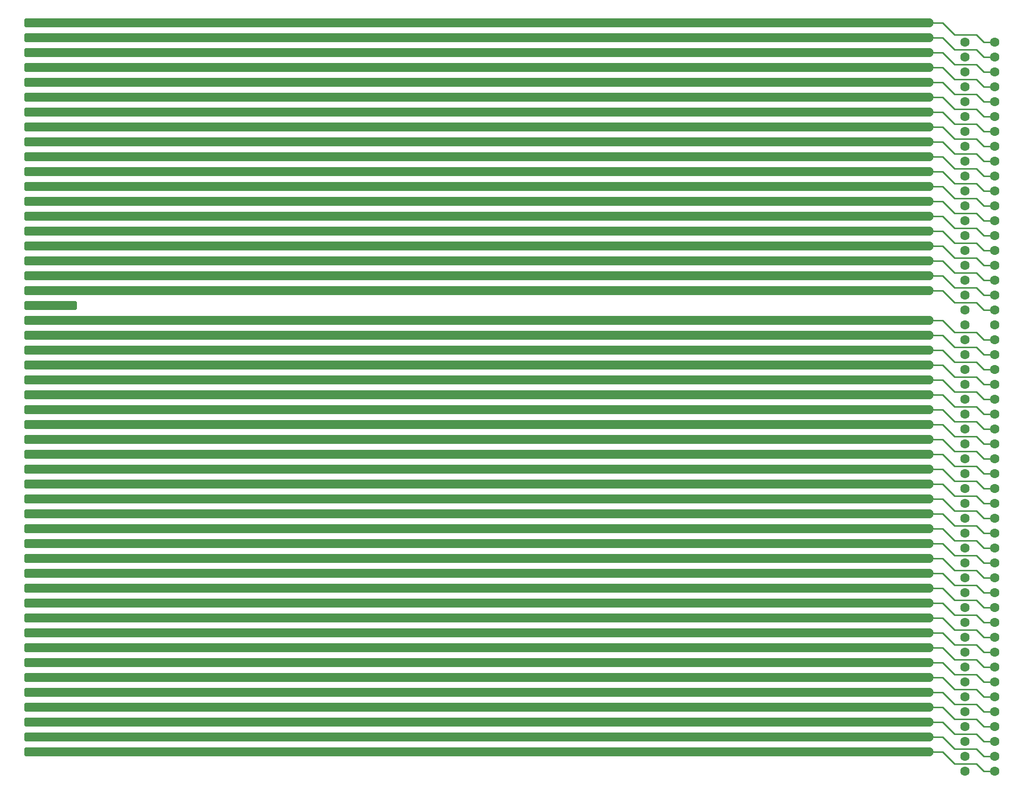
<source format=gbl>
G04 #@! TF.GenerationSoftware,KiCad,Pcbnew,(6.0.5-0)*
G04 #@! TF.CreationDate,2022-09-11T11:11:37+09:00*
G04 #@! TF.ProjectId,X68k-BusExtender,5836386b-2d42-4757-9345-7874656e6465,rev?*
G04 #@! TF.SameCoordinates,Original*
G04 #@! TF.FileFunction,Copper,L2,Bot*
G04 #@! TF.FilePolarity,Positive*
%FSLAX46Y46*%
G04 Gerber Fmt 4.6, Leading zero omitted, Abs format (unit mm)*
G04 Created by KiCad (PCBNEW (6.0.5-0)) date 2022-09-11 11:11:37*
%MOMM*%
%LPD*%
G01*
G04 APERTURE LIST*
G04 Aperture macros list*
%AMRoundRect*
0 Rectangle with rounded corners*
0 $1 Rounding radius*
0 $2 $3 $4 $5 $6 $7 $8 $9 X,Y pos of 4 corners*
0 Add a 4 corners polygon primitive as box body*
4,1,4,$2,$3,$4,$5,$6,$7,$8,$9,$2,$3,0*
0 Add four circle primitives for the rounded corners*
1,1,$1+$1,$2,$3*
1,1,$1+$1,$4,$5*
1,1,$1+$1,$6,$7*
1,1,$1+$1,$8,$9*
0 Add four rect primitives between the rounded corners*
20,1,$1+$1,$2,$3,$4,$5,0*
20,1,$1+$1,$4,$5,$6,$7,0*
20,1,$1+$1,$6,$7,$8,$9,0*
20,1,$1+$1,$8,$9,$2,$3,0*%
G04 Aperture macros list end*
G04 #@! TA.AperFunction,ConnectorPad*
%ADD10RoundRect,0.300000X-4.200000X-0.450000X4.200000X-0.450000X4.200000X0.450000X-4.200000X0.450000X0*%
G04 #@! TD*
G04 #@! TA.AperFunction,ComponentPad*
%ADD11C,1.600000*%
G04 #@! TD*
G04 #@! TA.AperFunction,ViaPad*
%ADD12C,0.800000*%
G04 #@! TD*
G04 #@! TA.AperFunction,Conductor*
%ADD13C,1.500000*%
G04 #@! TD*
G04 #@! TA.AperFunction,Conductor*
%ADD14C,0.250000*%
G04 #@! TD*
G04 APERTURE END LIST*
D10*
G04 #@! TO.P,U1,B1,GND*
G04 #@! TO.N,Net-(U1-PadA1)*
X33020000Y-156210000D03*
G04 #@! TO.P,U1,B2,CLK10M*
G04 #@! TO.N,Net-(U1-PadB2)*
X33020000Y-153670000D03*
G04 #@! TO.P,U1,B3,~{CLK10M}*
G04 #@! TO.N,Net-(U1-PadB3)*
X33020000Y-151130000D03*
G04 #@! TO.P,U1,B4,E*
G04 #@! TO.N,Net-(U1-PadB4)*
X33020000Y-148590000D03*
G04 #@! TO.P,U1,B5,AB1*
G04 #@! TO.N,Net-(U1-PadB5)*
X33020000Y-146050000D03*
G04 #@! TO.P,U1,B6,AB2*
G04 #@! TO.N,Net-(U1-PadB6)*
X33020000Y-143510000D03*
G04 #@! TO.P,U1,B7,AB3*
G04 #@! TO.N,Net-(U1-PadB7)*
X33020000Y-140970000D03*
G04 #@! TO.P,U1,B8,AB4*
G04 #@! TO.N,Net-(U1-PadB8)*
X33020000Y-138430000D03*
G04 #@! TO.P,U1,B9,AB5*
G04 #@! TO.N,Net-(U1-PadB9)*
X33020000Y-135890000D03*
G04 #@! TO.P,U1,B10,AB6*
G04 #@! TO.N,Net-(U1-PadB10)*
X33020000Y-133350000D03*
G04 #@! TO.P,U1,B11,GND*
G04 #@! TO.N,Net-(U1-PadA1)*
X33020000Y-130810000D03*
G04 #@! TO.P,U1,B12,AB7*
G04 #@! TO.N,Net-(U1-PadB12)*
X33020000Y-128270000D03*
G04 #@! TO.P,U1,B13,AB8*
G04 #@! TO.N,Net-(U1-PadB13)*
X33020000Y-125730000D03*
G04 #@! TO.P,U1,B14,AB9*
G04 #@! TO.N,Net-(U1-PadB14)*
X33020000Y-123190000D03*
G04 #@! TO.P,U1,B15,AB10*
G04 #@! TO.N,Net-(U1-PadB15)*
X33020000Y-120650000D03*
G04 #@! TO.P,U1,B16,AB11*
G04 #@! TO.N,Net-(U1-PadB16)*
X33020000Y-118110000D03*
G04 #@! TO.P,U1,B17,AB12*
G04 #@! TO.N,Net-(U1-PadB17)*
X33020000Y-115570000D03*
G04 #@! TO.P,U1,B18,AB13*
G04 #@! TO.N,Net-(U1-PadB18)*
X33020000Y-113030000D03*
G04 #@! TO.P,U1,B19,AB14*
G04 #@! TO.N,Net-(U1-PadB19)*
X33020000Y-110490000D03*
G04 #@! TO.P,U1,B20,AB15*
G04 #@! TO.N,Net-(U1-PadB20)*
X33020000Y-107950000D03*
G04 #@! TO.P,U1,B21,GND*
G04 #@! TO.N,Net-(U1-PadA1)*
X33020000Y-105410000D03*
G04 #@! TO.P,U1,B22,AB16*
G04 #@! TO.N,Net-(U1-PadB22)*
X33020000Y-102870000D03*
G04 #@! TO.P,U1,B23,AB17*
G04 #@! TO.N,Net-(U1-PadB23)*
X33020000Y-100330000D03*
G04 #@! TO.P,U1,B24,AB18*
G04 #@! TO.N,Net-(U1-PadB24)*
X33020000Y-97790000D03*
G04 #@! TO.P,U1,B25,AB19*
G04 #@! TO.N,Net-(U1-PadB25)*
X33020000Y-95250000D03*
G04 #@! TO.P,U1,B26,AB20*
G04 #@! TO.N,Net-(U1-PadB26)*
X33020000Y-92710000D03*
G04 #@! TO.P,U1,B27,AB21*
G04 #@! TO.N,Net-(U1-PadB27)*
X33020000Y-90170000D03*
G04 #@! TO.P,U1,B28,AB22*
G04 #@! TO.N,Net-(U1-PadB28)*
X33020000Y-87630000D03*
G04 #@! TO.P,U1,B29,AB23*
G04 #@! TO.N,Net-(U1-PadB29)*
X33020000Y-85090000D03*
G04 #@! TO.P,U1,B30,IDDIR*
G04 #@! TO.N,Net-(U1-PadB30)*
X33020000Y-82550000D03*
G04 #@! TO.P,U1,B31,RESVB*
G04 #@! TO.N,unconnected-(U1-PadB31)*
X33020000Y-80010000D03*
G04 #@! TO.P,U1,B32,HSYNC*
G04 #@! TO.N,Net-(U1-PadB32)*
X33020000Y-77470000D03*
G04 #@! TO.P,U1,B33,VSYNC*
G04 #@! TO.N,Net-(U1-PadB33)*
X33020000Y-74930000D03*
G04 #@! TO.P,U1,B34,~{DONE}*
G04 #@! TO.N,Net-(U1-PadB34)*
X33020000Y-72390000D03*
G04 #@! TO.P,U1,B35,~{DTC}*
G04 #@! TO.N,Net-(U1-PadB35)*
X33020000Y-69850000D03*
G04 #@! TO.P,U1,B36,~{EXREQ}*
G04 #@! TO.N,Net-(U1-PadB36)*
X33020000Y-67310000D03*
G04 #@! TO.P,U1,B37,~{EXACK}*
G04 #@! TO.N,Net-(U1-PadB37)*
X33020000Y-64770000D03*
G04 #@! TO.P,U1,B38,~{EXPCL}*
G04 #@! TO.N,Net-(U1-PadB38)*
X33020000Y-62230000D03*
G04 #@! TO.P,U1,B39,~{EXOWN}*
G04 #@! TO.N,Net-(U1-PadB39)*
X33020000Y-59690000D03*
G04 #@! TO.P,U1,B40,~{EXNMI}*
G04 #@! TO.N,Net-(U1-PadB40)*
X33020000Y-57150000D03*
G04 #@! TO.P,U1,B41,GND*
G04 #@! TO.N,Net-(U1-PadA1)*
X33020000Y-54610000D03*
G04 #@! TO.P,U1,B42,~{IRQ2}*
G04 #@! TO.N,Net-(U1-PadB42)*
X33020000Y-52070000D03*
G04 #@! TO.P,U1,B43,~{IRQ4}*
G04 #@! TO.N,Net-(U1-PadB43)*
X33020000Y-49530000D03*
G04 #@! TO.P,U1,B44,~{IACK2}*
G04 #@! TO.N,Net-(U1-PadB44)*
X33020000Y-46990000D03*
G04 #@! TO.P,U1,B45,~{IACK4}*
G04 #@! TO.N,Net-(U1-PadB45)*
X33020000Y-44450000D03*
G04 #@! TO.P,U1,B46,~{BR}*
G04 #@! TO.N,Net-(U1-PadB46)*
X33020000Y-41910000D03*
G04 #@! TO.P,U1,B47,~{BG}*
G04 #@! TO.N,Net-(U1-PadB47)*
X33020000Y-39370000D03*
G04 #@! TO.P,U1,B48,~{BGACK}*
G04 #@! TO.N,Net-(U1-PadB48)*
X33020000Y-36830000D03*
G04 #@! TO.P,U1,B49,VCC1*
G04 #@! TO.N,Net-(U1-PadA49)*
X33020000Y-34290000D03*
G04 #@! TO.P,U1,B50,VCC1*
X33020000Y-31750000D03*
G04 #@! TD*
D11*
G04 #@! TO.P,U2,A1,GND*
G04 #@! TO.N,Net-(U1-PadA1)*
X188976000Y-159512000D03*
G04 #@! TO.P,U2,A2,CLK20M*
G04 #@! TO.N,Net-(U1-PadA2)*
X188976000Y-156972000D03*
G04 #@! TO.P,U2,A3,GND*
G04 #@! TO.N,Net-(U1-PadA1)*
X188976000Y-154432000D03*
G04 #@! TO.P,U2,A4,DB0*
G04 #@! TO.N,Net-(U1-PadA4)*
X188976000Y-151892000D03*
G04 #@! TO.P,U2,A5,DB1*
G04 #@! TO.N,Net-(U1-PadA5)*
X188976000Y-149352000D03*
G04 #@! TO.P,U2,A6,DB2*
G04 #@! TO.N,Net-(U1-PadA6)*
X188976000Y-146812000D03*
G04 #@! TO.P,U2,A7,DB3*
G04 #@! TO.N,Net-(U1-PadA7)*
X188976000Y-144272000D03*
G04 #@! TO.P,U2,A8,DB4*
G04 #@! TO.N,Net-(U1-PadA8)*
X188976000Y-141732000D03*
G04 #@! TO.P,U2,A9,DB5*
G04 #@! TO.N,Net-(U1-PadA9)*
X188976000Y-139192000D03*
G04 #@! TO.P,U2,A10,DB6*
G04 #@! TO.N,Net-(U1-PadA10)*
X188976000Y-136652000D03*
G04 #@! TO.P,U2,A11,GND*
G04 #@! TO.N,Net-(U1-PadA1)*
X188976000Y-134112000D03*
G04 #@! TO.P,U2,A12,DB7*
G04 #@! TO.N,Net-(U1-PadA12)*
X188976000Y-131572000D03*
G04 #@! TO.P,U2,A13,DB8*
G04 #@! TO.N,Net-(U1-PadA13)*
X188976000Y-129032000D03*
G04 #@! TO.P,U2,A14,DB9*
G04 #@! TO.N,Net-(U1-PadA14)*
X188976000Y-126492000D03*
G04 #@! TO.P,U2,A15,DB10*
G04 #@! TO.N,Net-(U1-PadA15)*
X188976000Y-123952000D03*
G04 #@! TO.P,U2,A16,DB11*
G04 #@! TO.N,Net-(U1-PadA16)*
X188976000Y-121412000D03*
G04 #@! TO.P,U2,A17,DB12*
G04 #@! TO.N,Net-(U1-PadA17)*
X188976000Y-118872000D03*
G04 #@! TO.P,U2,A18,DB13*
G04 #@! TO.N,Net-(U1-PadA18)*
X188976000Y-116332000D03*
G04 #@! TO.P,U2,A19,DB14*
G04 #@! TO.N,Net-(U1-PadA19)*
X188976000Y-113792000D03*
G04 #@! TO.P,U2,A20,DB15*
G04 #@! TO.N,Net-(U1-PadA20)*
X188976000Y-111252000D03*
G04 #@! TO.P,U2,A21,GND*
G04 #@! TO.N,Net-(U1-PadA1)*
X188976000Y-108712000D03*
G04 #@! TO.P,U2,A22,+12V*
G04 #@! TO.N,Net-(U1-PadA22)*
X188976000Y-106172000D03*
G04 #@! TO.P,U2,A23,+12V*
X188976000Y-103632000D03*
G04 #@! TO.P,U2,A24,FC0*
G04 #@! TO.N,Net-(U1-PadA24)*
X188976000Y-101092000D03*
G04 #@! TO.P,U2,A25,FC1*
G04 #@! TO.N,Net-(U1-PadA25)*
X188976000Y-98552000D03*
G04 #@! TO.P,U2,A26,FC2*
G04 #@! TO.N,Net-(U1-PadA26)*
X188976000Y-96012000D03*
G04 #@! TO.P,U2,A27,~{AS}*
G04 #@! TO.N,Net-(U1-PadA27)*
X188976000Y-93472000D03*
G04 #@! TO.P,U2,A28,~{LDS}*
G04 #@! TO.N,Net-(U1-PadA28)*
X188976000Y-90932000D03*
G04 #@! TO.P,U2,A29,~{UDS}*
G04 #@! TO.N,Net-(U1-PadA29)*
X188976000Y-88392000D03*
G04 #@! TO.P,U2,A30,R/~{W}*
G04 #@! TO.N,Net-(U1-PadA30)*
X188976000Y-85852000D03*
G04 #@! TO.P,U2,A31,RESVA*
G04 #@! TO.N,unconnected-(U2-PadA31)*
X188976000Y-83312000D03*
G04 #@! TO.P,U2,A32,-12V*
G04 #@! TO.N,Net-(U1-PadA32)*
X188976000Y-80772000D03*
G04 #@! TO.P,U2,A33,-12V*
X188976000Y-78232000D03*
G04 #@! TO.P,U2,A34,~{VMA}*
G04 #@! TO.N,Net-(U1-PadA34)*
X188976000Y-75692000D03*
G04 #@! TO.P,U2,A35,~{EXVPA}*
G04 #@! TO.N,Net-(U1-PadA35)*
X188976000Y-73152000D03*
G04 #@! TO.P,U2,A36,~{DTACK}*
G04 #@! TO.N,Net-(U1-PadA36)*
X188976000Y-70612000D03*
G04 #@! TO.P,U2,A37,~{EXRESET}*
G04 #@! TO.N,Net-(U1-PadA37)*
X188976000Y-68072000D03*
G04 #@! TO.P,U2,A38,~{HALT}*
G04 #@! TO.N,Net-(U1-PadA38)*
X188976000Y-65532000D03*
G04 #@! TO.P,U2,A39,~{EXBERR}*
G04 #@! TO.N,Net-(U1-PadA39)*
X188976000Y-62992000D03*
G04 #@! TO.P,U2,A40,~{EXPWON}*
G04 #@! TO.N,Net-(U1-PadA40)*
X188976000Y-60452000D03*
G04 #@! TO.P,U2,A41,GND*
G04 #@! TO.N,Net-(U1-PadA1)*
X188976000Y-57912000D03*
G04 #@! TO.P,U2,A42,VCC2*
G04 #@! TO.N,Net-(U1-PadA42)*
X188976000Y-55372000D03*
G04 #@! TO.P,U2,A43,VCC2*
X188976000Y-52832000D03*
G04 #@! TO.P,U2,A44,SELEN*
G04 #@! TO.N,Net-(U1-PadA44)*
X188976000Y-50292000D03*
G04 #@! TO.P,U2,A45,CASRDEN*
G04 #@! TO.N,Net-(U1-PadA45)*
X188976000Y-47752000D03*
G04 #@! TO.P,U2,A46,CASWRL*
G04 #@! TO.N,Net-(U1-PadA46)*
X188976000Y-45212000D03*
G04 #@! TO.P,U2,A47,CASWRU*
G04 #@! TO.N,Net-(U1-PadA47)*
X188976000Y-42672000D03*
G04 #@! TO.P,U2,A48,INH2*
G04 #@! TO.N,Net-(U1-PadA48)*
X188976000Y-40132000D03*
G04 #@! TO.P,U2,A49,VCC1*
G04 #@! TO.N,Net-(U1-PadA49)*
X188976000Y-37592000D03*
G04 #@! TO.P,U2,A50,VCC1*
X188976000Y-35052000D03*
G04 #@! TO.P,U2,B1,GND*
G04 #@! TO.N,Net-(U1-PadA1)*
X194056000Y-159512000D03*
G04 #@! TO.P,U2,B2,CLK10M*
G04 #@! TO.N,Net-(U1-PadB2)*
X194056000Y-156972000D03*
G04 #@! TO.P,U2,B3,~{CLK10M}*
G04 #@! TO.N,Net-(U1-PadB3)*
X194056000Y-154432000D03*
G04 #@! TO.P,U2,B4,E*
G04 #@! TO.N,Net-(U1-PadB4)*
X194056000Y-151892000D03*
G04 #@! TO.P,U2,B5,AB1*
G04 #@! TO.N,Net-(U1-PadB5)*
X194056000Y-149352000D03*
G04 #@! TO.P,U2,B6,AB2*
G04 #@! TO.N,Net-(U1-PadB6)*
X194056000Y-146812000D03*
G04 #@! TO.P,U2,B7,AB3*
G04 #@! TO.N,Net-(U1-PadB7)*
X194056000Y-144272000D03*
G04 #@! TO.P,U2,B8,AB4*
G04 #@! TO.N,Net-(U1-PadB8)*
X194056000Y-141732000D03*
G04 #@! TO.P,U2,B9,AB5*
G04 #@! TO.N,Net-(U1-PadB9)*
X194056000Y-139192000D03*
G04 #@! TO.P,U2,B10,AB6*
G04 #@! TO.N,Net-(U1-PadB10)*
X194056000Y-136652000D03*
G04 #@! TO.P,U2,B11,GND*
G04 #@! TO.N,Net-(U1-PadA1)*
X194056000Y-134112000D03*
G04 #@! TO.P,U2,B12,AB7*
G04 #@! TO.N,Net-(U1-PadB12)*
X194056000Y-131572000D03*
G04 #@! TO.P,U2,B13,AB8*
G04 #@! TO.N,Net-(U1-PadB13)*
X194056000Y-129032000D03*
G04 #@! TO.P,U2,B14,AB9*
G04 #@! TO.N,Net-(U1-PadB14)*
X194056000Y-126492000D03*
G04 #@! TO.P,U2,B15,AB10*
G04 #@! TO.N,Net-(U1-PadB15)*
X194056000Y-123952000D03*
G04 #@! TO.P,U2,B16,AB11*
G04 #@! TO.N,Net-(U1-PadB16)*
X194056000Y-121412000D03*
G04 #@! TO.P,U2,B17,AB12*
G04 #@! TO.N,Net-(U1-PadB17)*
X194056000Y-118872000D03*
G04 #@! TO.P,U2,B18,AB13*
G04 #@! TO.N,Net-(U1-PadB18)*
X194056000Y-116332000D03*
G04 #@! TO.P,U2,B19,AB14*
G04 #@! TO.N,Net-(U1-PadB19)*
X194056000Y-113792000D03*
G04 #@! TO.P,U2,B20,AB15*
G04 #@! TO.N,Net-(U1-PadB20)*
X194056000Y-111252000D03*
G04 #@! TO.P,U2,B21,GND*
G04 #@! TO.N,Net-(U1-PadA1)*
X194056000Y-108712000D03*
G04 #@! TO.P,U2,B22,AB16*
G04 #@! TO.N,Net-(U1-PadB22)*
X194056000Y-106172000D03*
G04 #@! TO.P,U2,B23,AB17*
G04 #@! TO.N,Net-(U1-PadB23)*
X194056000Y-103632000D03*
G04 #@! TO.P,U2,B24,AB18*
G04 #@! TO.N,Net-(U1-PadB24)*
X194056000Y-101092000D03*
G04 #@! TO.P,U2,B25,AB19*
G04 #@! TO.N,Net-(U1-PadB25)*
X194056000Y-98552000D03*
G04 #@! TO.P,U2,B26,AB20*
G04 #@! TO.N,Net-(U1-PadB26)*
X194056000Y-96012000D03*
G04 #@! TO.P,U2,B27,AB21*
G04 #@! TO.N,Net-(U1-PadB27)*
X194056000Y-93472000D03*
G04 #@! TO.P,U2,B28,AB22*
G04 #@! TO.N,Net-(U1-PadB28)*
X194056000Y-90932000D03*
G04 #@! TO.P,U2,B29,AB23*
G04 #@! TO.N,Net-(U1-PadB29)*
X194056000Y-88392000D03*
G04 #@! TO.P,U2,B30,IDDIR*
G04 #@! TO.N,Net-(U1-PadB30)*
X194056000Y-85852000D03*
G04 #@! TO.P,U2,B31,RESVB*
G04 #@! TO.N,unconnected-(U2-PadB31)*
X194056000Y-83312000D03*
G04 #@! TO.P,U2,B32,HSYNC*
G04 #@! TO.N,Net-(U1-PadB32)*
X194056000Y-80772000D03*
G04 #@! TO.P,U2,B33,VSYNC*
G04 #@! TO.N,Net-(U1-PadB33)*
X194056000Y-78232000D03*
G04 #@! TO.P,U2,B34,~{DONE}*
G04 #@! TO.N,Net-(U1-PadB34)*
X194056000Y-75692000D03*
G04 #@! TO.P,U2,B35,~{DTC}*
G04 #@! TO.N,Net-(U1-PadB35)*
X194056000Y-73152000D03*
G04 #@! TO.P,U2,B36,~{EXREQ}*
G04 #@! TO.N,Net-(U1-PadB36)*
X194056000Y-70612000D03*
G04 #@! TO.P,U2,B37,~{EXACK}*
G04 #@! TO.N,Net-(U1-PadB37)*
X194056000Y-68072000D03*
G04 #@! TO.P,U2,B38,~{EXPCL}*
G04 #@! TO.N,Net-(U1-PadB38)*
X194056000Y-65532000D03*
G04 #@! TO.P,U2,B39,~{EXOWN}*
G04 #@! TO.N,Net-(U1-PadB39)*
X194056000Y-62992000D03*
G04 #@! TO.P,U2,B40,~{EXNMI}*
G04 #@! TO.N,Net-(U1-PadB40)*
X194056000Y-60452000D03*
G04 #@! TO.P,U2,B41,GND*
G04 #@! TO.N,Net-(U1-PadA1)*
X194056000Y-57912000D03*
G04 #@! TO.P,U2,B42,~{IRQ2}*
G04 #@! TO.N,Net-(U1-PadB42)*
X194056000Y-55372000D03*
G04 #@! TO.P,U2,B43,~{IRQ4}*
G04 #@! TO.N,Net-(U1-PadB43)*
X194056000Y-52832000D03*
G04 #@! TO.P,U2,B44,~{IACK2}*
G04 #@! TO.N,Net-(U1-PadB44)*
X194056000Y-50292000D03*
G04 #@! TO.P,U2,B45,~{IACK4}*
G04 #@! TO.N,Net-(U1-PadB45)*
X194056000Y-47752000D03*
G04 #@! TO.P,U2,B46,~{BR}*
G04 #@! TO.N,Net-(U1-PadB46)*
X194056000Y-45212000D03*
G04 #@! TO.P,U2,B47,~{BG}*
G04 #@! TO.N,Net-(U1-PadB47)*
X194056000Y-42672000D03*
G04 #@! TO.P,U2,B48,~{BGACK}*
G04 #@! TO.N,Net-(U1-PadB48)*
X194056000Y-40132000D03*
G04 #@! TO.P,U2,B49,VCC1*
G04 #@! TO.N,Net-(U1-PadA49)*
X194056000Y-37592000D03*
G04 #@! TO.P,U2,B50,VCC1*
X194056000Y-35052000D03*
G04 #@! TD*
D12*
G04 #@! TO.N,Net-(U1-PadA1)*
X50800000Y-130810000D03*
X50800000Y-105410000D03*
X50800000Y-156210000D03*
X50800000Y-54610000D03*
G04 #@! TO.N,Net-(U1-PadA49)*
X50800000Y-31750000D03*
X50800000Y-34290000D03*
G04 #@! TD*
D13*
G04 #@! TO.N,Net-(U1-PadA1)*
X45720000Y-105410000D02*
X182880000Y-105410000D01*
D14*
X187198000Y-56642000D02*
X185166000Y-54610000D01*
D13*
X45720000Y-156210000D02*
X182880000Y-156210000D01*
D14*
X194056000Y-159512000D02*
X192151000Y-159512000D01*
X187198000Y-132842000D02*
X185166000Y-130810000D01*
X190881000Y-56642000D02*
X187198000Y-56642000D01*
X194056000Y-57912000D02*
X192151000Y-57912000D01*
X194056000Y-108712000D02*
X192151000Y-108712000D01*
D13*
X45720000Y-54610000D02*
X182880000Y-54610000D01*
D14*
X190881000Y-107442000D02*
X187198000Y-107442000D01*
X185166000Y-156210000D02*
X182880000Y-156210000D01*
D13*
X33020000Y-54610000D02*
X45720000Y-54610000D01*
D14*
X185166000Y-54610000D02*
X182880000Y-54610000D01*
X187198000Y-107442000D02*
X185166000Y-105410000D01*
X190881000Y-158242000D02*
X187198000Y-158242000D01*
D13*
X33020000Y-156210000D02*
X45720000Y-156210000D01*
D14*
X185166000Y-130810000D02*
X182880000Y-130810000D01*
X192151000Y-108712000D02*
X190881000Y-107442000D01*
D13*
X33020000Y-105410000D02*
X45720000Y-105410000D01*
D14*
X192151000Y-57912000D02*
X190881000Y-56642000D01*
X192151000Y-159512000D02*
X190881000Y-158242000D01*
X192151000Y-134112000D02*
X190881000Y-132842000D01*
X185166000Y-105410000D02*
X182880000Y-105410000D01*
X194056000Y-134112000D02*
X192151000Y-134112000D01*
X190881000Y-132842000D02*
X187198000Y-132842000D01*
X187198000Y-158242000D02*
X185166000Y-156210000D01*
D13*
X45720000Y-130810000D02*
X182880000Y-130810000D01*
X33020000Y-130810000D02*
X45720000Y-130810000D01*
G04 #@! TO.N,Net-(U1-PadA49)*
X33020000Y-34290000D02*
X45720000Y-34290000D01*
D14*
X192151000Y-37592000D02*
X190881000Y-36322000D01*
D13*
X45720000Y-31750000D02*
X182880000Y-31750000D01*
D14*
X192151000Y-35052000D02*
X190881000Y-33782000D01*
D13*
X45720000Y-34290000D02*
X182880000Y-34290000D01*
D14*
X185166000Y-31750000D02*
X182880000Y-31750000D01*
X190881000Y-33782000D02*
X187198000Y-33782000D01*
X185166000Y-34290000D02*
X182880000Y-34290000D01*
X194056000Y-35052000D02*
X192151000Y-35052000D01*
X190881000Y-36322000D02*
X187198000Y-36322000D01*
X187198000Y-33782000D02*
X185166000Y-31750000D01*
X187198000Y-36322000D02*
X185166000Y-34290000D01*
D13*
X33020000Y-31750000D02*
X45720000Y-31750000D01*
D14*
X194056000Y-37592000D02*
X192151000Y-37592000D01*
G04 #@! TO.N,Net-(U1-PadB2)*
X192151000Y-156972000D02*
X190881000Y-155702000D01*
X190881000Y-155702000D02*
X187198000Y-155702000D01*
X187198000Y-155702000D02*
X185166000Y-153670000D01*
D13*
X33020000Y-153670000D02*
X182880000Y-153670000D01*
D14*
X194056000Y-156972000D02*
X192151000Y-156972000D01*
X185166000Y-153670000D02*
X182880000Y-153670000D01*
G04 #@! TO.N,Net-(U1-PadB3)*
X190881000Y-153162000D02*
X187198000Y-153162000D01*
X194056000Y-154432000D02*
X192151000Y-154432000D01*
D13*
X33020000Y-151130000D02*
X182880000Y-151130000D01*
D14*
X192151000Y-154432000D02*
X190881000Y-153162000D01*
X187198000Y-153162000D02*
X185166000Y-151130000D01*
X185166000Y-151130000D02*
X182880000Y-151130000D01*
G04 #@! TO.N,Net-(U1-PadB4)*
X192151000Y-151892000D02*
X190881000Y-150622000D01*
X194056000Y-151892000D02*
X192151000Y-151892000D01*
X185166000Y-148590000D02*
X182880000Y-148590000D01*
X187198000Y-150622000D02*
X185166000Y-148590000D01*
X190881000Y-150622000D02*
X187198000Y-150622000D01*
D13*
X33020000Y-148590000D02*
X182880000Y-148590000D01*
D14*
G04 #@! TO.N,Net-(U1-PadB5)*
X185166000Y-146050000D02*
X182880000Y-146050000D01*
X190881000Y-148082000D02*
X187198000Y-148082000D01*
X194056000Y-149352000D02*
X192151000Y-149352000D01*
X187198000Y-148082000D02*
X185166000Y-146050000D01*
D13*
X33020000Y-146050000D02*
X182880000Y-146050000D01*
D14*
X192151000Y-149352000D02*
X190881000Y-148082000D01*
G04 #@! TO.N,Net-(U1-PadB6)*
X192151000Y-146812000D02*
X190881000Y-145542000D01*
X190881000Y-145542000D02*
X187198000Y-145542000D01*
D13*
X33020000Y-143510000D02*
X182880000Y-143510000D01*
D14*
X187198000Y-145542000D02*
X185166000Y-143510000D01*
X185166000Y-143510000D02*
X182880000Y-143510000D01*
X194056000Y-146812000D02*
X192151000Y-146812000D01*
G04 #@! TO.N,Net-(U1-PadB7)*
X192151000Y-144272000D02*
X190881000Y-143002000D01*
X187198000Y-143002000D02*
X185166000Y-140970000D01*
X194056000Y-144272000D02*
X192151000Y-144272000D01*
X185166000Y-140970000D02*
X182880000Y-140970000D01*
X190881000Y-143002000D02*
X187198000Y-143002000D01*
D13*
X33020000Y-140970000D02*
X182880000Y-140970000D01*
G04 #@! TO.N,Net-(U1-PadB8)*
X33020000Y-138430000D02*
X182880000Y-138430000D01*
D14*
X192151000Y-141732000D02*
X190881000Y-140462000D01*
X190881000Y-140462000D02*
X187198000Y-140462000D01*
X185166000Y-138430000D02*
X182880000Y-138430000D01*
X187198000Y-140462000D02*
X185166000Y-138430000D01*
X194056000Y-141732000D02*
X192151000Y-141732000D01*
G04 #@! TO.N,Net-(U1-PadB9)*
X194056000Y-139192000D02*
X192151000Y-139192000D01*
X187198000Y-137922000D02*
X185166000Y-135890000D01*
D13*
X33020000Y-135890000D02*
X182880000Y-135890000D01*
D14*
X190881000Y-137922000D02*
X187198000Y-137922000D01*
X192151000Y-139192000D02*
X190881000Y-137922000D01*
X185166000Y-135890000D02*
X182880000Y-135890000D01*
G04 #@! TO.N,Net-(U1-PadB10)*
X187198000Y-135382000D02*
X185166000Y-133350000D01*
X194056000Y-136652000D02*
X192151000Y-136652000D01*
D13*
X33020000Y-133350000D02*
X182880000Y-133350000D01*
D14*
X185166000Y-133350000D02*
X182880000Y-133350000D01*
X192151000Y-136652000D02*
X190881000Y-135382000D01*
X190881000Y-135382000D02*
X187198000Y-135382000D01*
G04 #@! TO.N,Net-(U1-PadB12)*
X192151000Y-131572000D02*
X190881000Y-130302000D01*
X187198000Y-130302000D02*
X185166000Y-128270000D01*
X194056000Y-131572000D02*
X192151000Y-131572000D01*
X190881000Y-130302000D02*
X187198000Y-130302000D01*
D13*
X33020000Y-128270000D02*
X182880000Y-128270000D01*
D14*
X185166000Y-128270000D02*
X182880000Y-128270000D01*
D13*
G04 #@! TO.N,Net-(U1-PadB13)*
X33020000Y-125730000D02*
X182880000Y-125730000D01*
D14*
X192151000Y-129032000D02*
X190881000Y-127762000D01*
X190881000Y-127762000D02*
X187198000Y-127762000D01*
X194056000Y-129032000D02*
X192151000Y-129032000D01*
X185166000Y-125730000D02*
X182880000Y-125730000D01*
X187198000Y-127762000D02*
X185166000Y-125730000D01*
G04 #@! TO.N,Net-(U1-PadB14)*
X190881000Y-125222000D02*
X187198000Y-125222000D01*
X187198000Y-125222000D02*
X185166000Y-123190000D01*
X185166000Y-123190000D02*
X182880000Y-123190000D01*
X192151000Y-126492000D02*
X190881000Y-125222000D01*
D13*
X33020000Y-123190000D02*
X182880000Y-123190000D01*
D14*
X194056000Y-126492000D02*
X192151000Y-126492000D01*
D13*
G04 #@! TO.N,Net-(U1-PadB15)*
X33020000Y-120650000D02*
X182880000Y-120650000D01*
D14*
X187198000Y-122682000D02*
X185166000Y-120650000D01*
X194056000Y-123952000D02*
X192151000Y-123952000D01*
X190881000Y-122682000D02*
X187198000Y-122682000D01*
X192151000Y-123952000D02*
X190881000Y-122682000D01*
X185166000Y-120650000D02*
X182880000Y-120650000D01*
G04 #@! TO.N,Net-(U1-PadB16)*
X187198000Y-120142000D02*
X185166000Y-118110000D01*
D13*
X33020000Y-118110000D02*
X182880000Y-118110000D01*
D14*
X192151000Y-121412000D02*
X190881000Y-120142000D01*
X185166000Y-118110000D02*
X182880000Y-118110000D01*
X190881000Y-120142000D02*
X187198000Y-120142000D01*
X194056000Y-121412000D02*
X192151000Y-121412000D01*
G04 #@! TO.N,Net-(U1-PadB17)*
X185166000Y-115570000D02*
X182880000Y-115570000D01*
X192151000Y-118872000D02*
X190881000Y-117602000D01*
X187198000Y-117602000D02*
X185166000Y-115570000D01*
X194056000Y-118872000D02*
X192151000Y-118872000D01*
X190881000Y-117602000D02*
X187198000Y-117602000D01*
D13*
X33020000Y-115570000D02*
X182880000Y-115570000D01*
D14*
G04 #@! TO.N,Net-(U1-PadB18)*
X190881000Y-115062000D02*
X187198000Y-115062000D01*
X185166000Y-113030000D02*
X182880000Y-113030000D01*
X187198000Y-115062000D02*
X185166000Y-113030000D01*
X192151000Y-116332000D02*
X190881000Y-115062000D01*
X194056000Y-116332000D02*
X192151000Y-116332000D01*
D13*
X33020000Y-113030000D02*
X182880000Y-113030000D01*
D14*
G04 #@! TO.N,Net-(U1-PadB19)*
X185166000Y-110490000D02*
X182880000Y-110490000D01*
X194056000Y-113792000D02*
X192151000Y-113792000D01*
X192151000Y-113792000D02*
X190881000Y-112522000D01*
D13*
X33020000Y-110490000D02*
X182880000Y-110490000D01*
D14*
X190881000Y-112522000D02*
X187198000Y-112522000D01*
X187198000Y-112522000D02*
X185166000Y-110490000D01*
G04 #@! TO.N,Net-(U1-PadB20)*
X190881000Y-109982000D02*
X187198000Y-109982000D01*
D13*
X33020000Y-107950000D02*
X182880000Y-107950000D01*
D14*
X194056000Y-111252000D02*
X192151000Y-111252000D01*
X185166000Y-107950000D02*
X182880000Y-107950000D01*
X192151000Y-111252000D02*
X190881000Y-109982000D01*
X187198000Y-109982000D02*
X185166000Y-107950000D01*
G04 #@! TO.N,Net-(U1-PadB22)*
X194056000Y-106172000D02*
X192151000Y-106172000D01*
X185166000Y-102870000D02*
X182880000Y-102870000D01*
D13*
X33020000Y-102870000D02*
X182880000Y-102870000D01*
D14*
X187198000Y-104902000D02*
X185166000Y-102870000D01*
X190881000Y-104902000D02*
X187198000Y-104902000D01*
X192151000Y-106172000D02*
X190881000Y-104902000D01*
D13*
G04 #@! TO.N,Net-(U1-PadB23)*
X33020000Y-100330000D02*
X182880000Y-100330000D01*
D14*
X190881000Y-102362000D02*
X187198000Y-102362000D01*
X194056000Y-103632000D02*
X192151000Y-103632000D01*
X192151000Y-103632000D02*
X190881000Y-102362000D01*
X187198000Y-102362000D02*
X185166000Y-100330000D01*
X185166000Y-100330000D02*
X182880000Y-100330000D01*
G04 #@! TO.N,Net-(U1-PadB24)*
X190881000Y-99822000D02*
X187198000Y-99822000D01*
X192151000Y-101092000D02*
X190881000Y-99822000D01*
D13*
X33020000Y-97790000D02*
X182880000Y-97790000D01*
D14*
X185166000Y-97790000D02*
X182880000Y-97790000D01*
X187198000Y-99822000D02*
X185166000Y-97790000D01*
X194056000Y-101092000D02*
X192151000Y-101092000D01*
G04 #@! TO.N,Net-(U1-PadB25)*
X194056000Y-98552000D02*
X192151000Y-98552000D01*
X185166000Y-95250000D02*
X182880000Y-95250000D01*
X190881000Y-97282000D02*
X187198000Y-97282000D01*
X192151000Y-98552000D02*
X190881000Y-97282000D01*
D13*
X33020000Y-95250000D02*
X182880000Y-95250000D01*
D14*
X187198000Y-97282000D02*
X185166000Y-95250000D01*
G04 #@! TO.N,Net-(U1-PadB26)*
X190881000Y-94742000D02*
X187198000Y-94742000D01*
X192151000Y-96012000D02*
X190881000Y-94742000D01*
X194056000Y-96012000D02*
X192151000Y-96012000D01*
X187198000Y-94742000D02*
X185166000Y-92710000D01*
X185166000Y-92710000D02*
X182880000Y-92710000D01*
D13*
X33020000Y-92710000D02*
X182880000Y-92710000D01*
G04 #@! TO.N,Net-(U1-PadB27)*
X33020000Y-90170000D02*
X182880000Y-90170000D01*
D14*
X192151000Y-93472000D02*
X190881000Y-92202000D01*
X185166000Y-90170000D02*
X182880000Y-90170000D01*
X194056000Y-93472000D02*
X192151000Y-93472000D01*
X187198000Y-92202000D02*
X185166000Y-90170000D01*
X190881000Y-92202000D02*
X187198000Y-92202000D01*
G04 #@! TO.N,Net-(U1-PadB28)*
X192151000Y-90932000D02*
X190881000Y-89662000D01*
D13*
X33020000Y-87630000D02*
X182880000Y-87630000D01*
D14*
X194056000Y-90932000D02*
X192151000Y-90932000D01*
X185166000Y-87630000D02*
X182880000Y-87630000D01*
X187198000Y-89662000D02*
X185166000Y-87630000D01*
X190881000Y-89662000D02*
X187198000Y-89662000D01*
D13*
G04 #@! TO.N,Net-(U1-PadB29)*
X33020000Y-85090000D02*
X182880000Y-85090000D01*
D14*
X185166000Y-85090000D02*
X182880000Y-85090000D01*
X187198000Y-87122000D02*
X185166000Y-85090000D01*
X192151000Y-88392000D02*
X190881000Y-87122000D01*
X190881000Y-87122000D02*
X187198000Y-87122000D01*
X194056000Y-88392000D02*
X192151000Y-88392000D01*
G04 #@! TO.N,Net-(U1-PadB30)*
X190881000Y-84582000D02*
X187198000Y-84582000D01*
X192151000Y-85852000D02*
X190881000Y-84582000D01*
X194056000Y-85852000D02*
X192151000Y-85852000D01*
X187198000Y-84582000D02*
X185166000Y-82550000D01*
D13*
X33020000Y-82550000D02*
X182880000Y-82550000D01*
D14*
X185166000Y-82550000D02*
X182880000Y-82550000D01*
G04 #@! TO.N,Net-(U1-PadB32)*
X190881000Y-79502000D02*
X187198000Y-79502000D01*
D13*
X33020000Y-77470000D02*
X182880000Y-77470000D01*
D14*
X187198000Y-79502000D02*
X185166000Y-77470000D01*
X185166000Y-77470000D02*
X182880000Y-77470000D01*
X194056000Y-80772000D02*
X192151000Y-80772000D01*
X192151000Y-80772000D02*
X190881000Y-79502000D01*
G04 #@! TO.N,Net-(U1-PadB33)*
X192151000Y-78232000D02*
X190881000Y-76962000D01*
X185166000Y-74930000D02*
X182880000Y-74930000D01*
X194056000Y-78232000D02*
X192151000Y-78232000D01*
D13*
X33020000Y-74930000D02*
X182880000Y-74930000D01*
D14*
X187198000Y-76962000D02*
X185166000Y-74930000D01*
X190881000Y-76962000D02*
X187198000Y-76962000D01*
G04 #@! TO.N,Net-(U1-PadB34)*
X190881000Y-74422000D02*
X187198000Y-74422000D01*
D13*
X33020000Y-72390000D02*
X182880000Y-72390000D01*
D14*
X192151000Y-75692000D02*
X190881000Y-74422000D01*
X194056000Y-75692000D02*
X192151000Y-75692000D01*
X185166000Y-72390000D02*
X182880000Y-72390000D01*
X187198000Y-74422000D02*
X185166000Y-72390000D01*
G04 #@! TO.N,Net-(U1-PadB35)*
X192151000Y-73152000D02*
X190881000Y-71882000D01*
X194056000Y-73152000D02*
X192151000Y-73152000D01*
D13*
X33020000Y-69850000D02*
X182880000Y-69850000D01*
D14*
X190881000Y-71882000D02*
X187198000Y-71882000D01*
X185166000Y-69850000D02*
X182880000Y-69850000D01*
X187198000Y-71882000D02*
X185166000Y-69850000D01*
G04 #@! TO.N,Net-(U1-PadB36)*
X190881000Y-69342000D02*
X187198000Y-69342000D01*
X192151000Y-70612000D02*
X190881000Y-69342000D01*
X187198000Y-69342000D02*
X185166000Y-67310000D01*
D13*
X33020000Y-67310000D02*
X182880000Y-67310000D01*
D14*
X185166000Y-67310000D02*
X182880000Y-67310000D01*
X194056000Y-70612000D02*
X192151000Y-70612000D01*
D13*
G04 #@! TO.N,Net-(U1-PadB37)*
X33020000Y-64770000D02*
X182880000Y-64770000D01*
D14*
X192151000Y-68072000D02*
X190881000Y-66802000D01*
X187198000Y-66802000D02*
X185166000Y-64770000D01*
X185166000Y-64770000D02*
X182880000Y-64770000D01*
X194056000Y-68072000D02*
X192151000Y-68072000D01*
X190881000Y-66802000D02*
X187198000Y-66802000D01*
G04 #@! TO.N,Net-(U1-PadB38)*
X187198000Y-64262000D02*
X185166000Y-62230000D01*
X192151000Y-65532000D02*
X190881000Y-64262000D01*
X190881000Y-64262000D02*
X187198000Y-64262000D01*
X194056000Y-65532000D02*
X192151000Y-65532000D01*
D13*
X33020000Y-62230000D02*
X182880000Y-62230000D01*
D14*
X185166000Y-62230000D02*
X182880000Y-62230000D01*
G04 #@! TO.N,Net-(U1-PadB40)*
X187198000Y-59182000D02*
X185166000Y-57150000D01*
X192151000Y-60452000D02*
X190881000Y-59182000D01*
X185166000Y-57150000D02*
X182880000Y-57150000D01*
X194056000Y-60452000D02*
X192151000Y-60452000D01*
X190881000Y-59182000D02*
X187198000Y-59182000D01*
D13*
X33020000Y-57150000D02*
X182880000Y-57150000D01*
D14*
G04 #@! TO.N,Net-(U1-PadB42)*
X194056000Y-55372000D02*
X192151000Y-55372000D01*
X190881000Y-54102000D02*
X187198000Y-54102000D01*
X185166000Y-52070000D02*
X182880000Y-52070000D01*
X187198000Y-54102000D02*
X185166000Y-52070000D01*
D13*
X33020000Y-52070000D02*
X182880000Y-52070000D01*
D14*
X192151000Y-55372000D02*
X190881000Y-54102000D01*
G04 #@! TO.N,Net-(U1-PadB43)*
X192151000Y-52832000D02*
X190881000Y-51562000D01*
X185166000Y-49530000D02*
X182880000Y-49530000D01*
X190881000Y-51562000D02*
X187198000Y-51562000D01*
D13*
X33020000Y-49530000D02*
X182880000Y-49530000D01*
D14*
X187198000Y-51562000D02*
X185166000Y-49530000D01*
X194056000Y-52832000D02*
X192151000Y-52832000D01*
D13*
G04 #@! TO.N,Net-(U1-PadB44)*
X33020000Y-46990000D02*
X182880000Y-46990000D01*
D14*
X187198000Y-49022000D02*
X185166000Y-46990000D01*
X190881000Y-49022000D02*
X187198000Y-49022000D01*
X185166000Y-46990000D02*
X182880000Y-46990000D01*
X192151000Y-50292000D02*
X190881000Y-49022000D01*
X194056000Y-50292000D02*
X192151000Y-50292000D01*
G04 #@! TO.N,Net-(U1-PadB45)*
X185166000Y-44450000D02*
X182880000Y-44450000D01*
X190881000Y-46482000D02*
X187198000Y-46482000D01*
X187198000Y-46482000D02*
X185166000Y-44450000D01*
X194056000Y-47752000D02*
X192151000Y-47752000D01*
D13*
X33020000Y-44450000D02*
X182880000Y-44450000D01*
D14*
X192151000Y-47752000D02*
X190881000Y-46482000D01*
G04 #@! TO.N,Net-(U1-PadB46)*
X192151000Y-45212000D02*
X190881000Y-43942000D01*
X185166000Y-41910000D02*
X182880000Y-41910000D01*
X187198000Y-43942000D02*
X185166000Y-41910000D01*
D13*
X33020000Y-41910000D02*
X182880000Y-41910000D01*
D14*
X194056000Y-45212000D02*
X192151000Y-45212000D01*
X190881000Y-43942000D02*
X187198000Y-43942000D01*
G04 #@! TO.N,Net-(U1-PadB47)*
X190881000Y-41402000D02*
X187198000Y-41402000D01*
X194056000Y-42672000D02*
X192151000Y-42672000D01*
X187198000Y-41402000D02*
X185166000Y-39370000D01*
X192151000Y-42672000D02*
X190881000Y-41402000D01*
D13*
X33020000Y-39370000D02*
X182880000Y-39370000D01*
D14*
X185166000Y-39370000D02*
X182880000Y-39370000D01*
G04 #@! TO.N,Net-(U1-PadB48)*
X190881000Y-38862000D02*
X187198000Y-38862000D01*
X192151000Y-40132000D02*
X190881000Y-38862000D01*
X187198000Y-38862000D02*
X185166000Y-36830000D01*
X185166000Y-36830000D02*
X182880000Y-36830000D01*
D13*
X33020000Y-36830000D02*
X182880000Y-36830000D01*
D14*
X194056000Y-40132000D02*
X192151000Y-40132000D01*
G04 #@! TO.N,Net-(U1-PadB39)*
X185166000Y-59690000D02*
X182880000Y-59690000D01*
D13*
X33020000Y-59690000D02*
X182880000Y-59690000D01*
D14*
X190881000Y-61722000D02*
X187198000Y-61722000D01*
X194056000Y-62992000D02*
X192151000Y-62992000D01*
X187198000Y-61722000D02*
X185166000Y-59690000D01*
X192151000Y-62992000D02*
X190881000Y-61722000D01*
G04 #@! TD*
M02*

</source>
